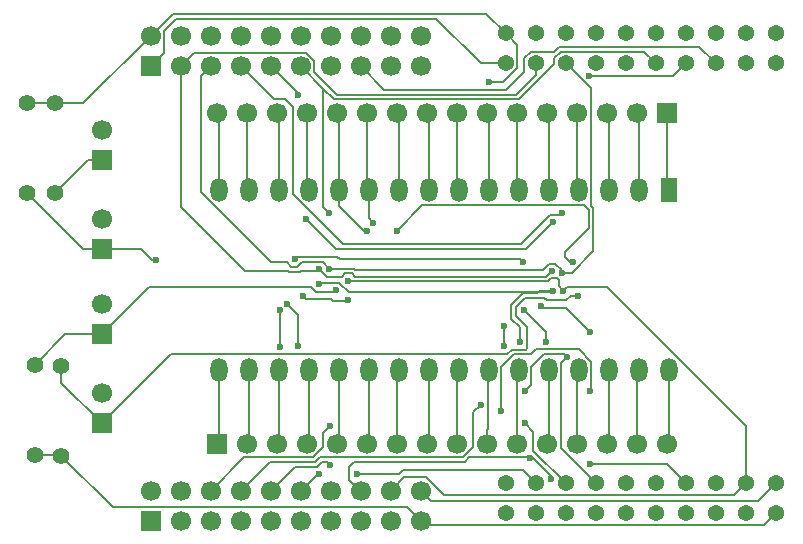
<source format=gtl>
%TF.GenerationSoftware,KiCad,Pcbnew,9.0.4*%
%TF.CreationDate,2025-10-21T11:21:35+02:00*%
%TF.ProjectId,GlasgowICAdapter,476c6173-676f-4774-9943-416461707465,rev?*%
%TF.SameCoordinates,Original*%
%TF.FileFunction,Copper,L1,Top*%
%TF.FilePolarity,Positive*%
%FSLAX46Y46*%
G04 Gerber Fmt 4.6, Leading zero omitted, Abs format (unit mm)*
G04 Created by KiCad (PCBNEW 9.0.4) date 2025-10-21 11:21:35*
%MOMM*%
%LPD*%
G01*
G04 APERTURE LIST*
%TA.AperFunction,ComponentPad*%
%ADD10O,1.440000X2.000000*%
%TD*%
%TA.AperFunction,ComponentPad*%
%ADD11R,1.440000X2.000000*%
%TD*%
%TA.AperFunction,ComponentPad*%
%ADD12R,1.700000X1.700000*%
%TD*%
%TA.AperFunction,ComponentPad*%
%ADD13C,1.700000*%
%TD*%
%TA.AperFunction,ComponentPad*%
%ADD14C,1.400000*%
%TD*%
%TA.AperFunction,ComponentPad*%
%ADD15C,1.371600*%
%TD*%
%TA.AperFunction,ViaPad*%
%ADD16C,0.600000*%
%TD*%
%TA.AperFunction,Conductor*%
%ADD17C,0.200000*%
%TD*%
G04 APERTURE END LIST*
D10*
%TO.P,J3,32,Pin_32*%
%TO.N,ZIF32*%
X146800000Y-108240000D03*
%TO.P,J3,31,Pin_31*%
%TO.N,ZIF31*%
X144260000Y-108240000D03*
%TO.P,J3,30,Pin_30*%
%TO.N,ZIF30*%
X141720000Y-108240000D03*
%TO.P,J3,29,Pin_29*%
%TO.N,ZIF29*%
X139180000Y-108240000D03*
%TO.P,J3,28,Pin_28*%
%TO.N,ZIF28*%
X136640000Y-108240000D03*
%TO.P,J3,27,Pin_27*%
%TO.N,ZIF27*%
X134100000Y-108240000D03*
%TO.P,J3,26,Pin_26*%
%TO.N,ZIF26*%
X131560000Y-108240000D03*
%TO.P,J3,25,Pin_25*%
%TO.N,ZIF25*%
X129020000Y-108240000D03*
%TO.P,J3,24,Pin_24*%
%TO.N,ZIF24*%
X126480000Y-108240000D03*
%TO.P,J3,23,Pin_23*%
%TO.N,ZIF23*%
X123940000Y-108240000D03*
%TO.P,J3,22,Pin_22*%
%TO.N,ZIF22*%
X121400000Y-108240000D03*
%TO.P,J3,21,Pin_21*%
%TO.N,ZIF21*%
X118860000Y-108240000D03*
%TO.P,J3,20,Pin_20*%
%TO.N,ZIF20*%
X116320000Y-108240000D03*
%TO.P,J3,19,Pin_19*%
%TO.N,ZIF19*%
X113780000Y-108240000D03*
%TO.P,J3,18,Pin_18*%
%TO.N,ZIF18*%
X111240000Y-108240000D03*
%TO.P,J3,17,Pin_17*%
%TO.N,ZIF17*%
X108700000Y-108240000D03*
%TO.P,J3,16,Pin_16*%
%TO.N,ZIF16*%
X108700000Y-93000000D03*
%TO.P,J3,15,Pin_15*%
%TO.N,ZIF15*%
X111240000Y-93000000D03*
%TO.P,J3,14,Pin_14*%
%TO.N,ZIF14*%
X113780000Y-93000000D03*
%TO.P,J3,13,Pin_13*%
%TO.N,ZIF13*%
X116320000Y-93000000D03*
%TO.P,J3,12,Pin_12*%
%TO.N,ZIF12*%
X118860000Y-93000000D03*
%TO.P,J3,11,Pin_11*%
%TO.N,ZIF11*%
X121400000Y-93000000D03*
%TO.P,J3,10,Pin_10*%
%TO.N,ZIF10*%
X123940000Y-93000000D03*
%TO.P,J3,9,Pin_9*%
%TO.N,ZIF9*%
X126480000Y-93000000D03*
%TO.P,J3,8,Pin_8*%
%TO.N,ZIF8*%
X129020000Y-93000000D03*
%TO.P,J3,7,Pin_7*%
%TO.N,ZIF7*%
X131560000Y-93000000D03*
%TO.P,J3,6,Pin_6*%
%TO.N,ZIF6*%
X134100000Y-93000000D03*
%TO.P,J3,5,Pin_5*%
%TO.N,ZIF5*%
X136640000Y-93000000D03*
%TO.P,J3,4,Pin_4*%
%TO.N,ZIF4*%
X139180000Y-93000000D03*
%TO.P,J3,3,Pin_3*%
%TO.N,ZIF3*%
X141720000Y-93000000D03*
%TO.P,J3,2,Pin_2*%
%TO.N,ZIF2*%
X144260000Y-93000000D03*
D11*
%TO.P,J3,1,Pin_1*%
%TO.N,ZIF1*%
X146800000Y-93000000D03*
%TD*%
D12*
%TO.P,J5,1,Pin_1*%
%TO.N,Net-(J5-Pin_1)*%
X98800000Y-98010000D03*
D13*
%TO.P,J5,2,Pin_2*%
%TO.N,GND*%
X98800000Y-95470000D03*
%TD*%
D14*
%TO.P,R4,1*%
%TO.N,Net-(J8-Pin_1)*%
X95370000Y-107880000D03*
%TO.P,R4,2*%
%TO.N,VIOB*%
X95370000Y-115500000D03*
%TD*%
D12*
%TO.P,J11,1,Pin_1*%
%TO.N,GND*%
X102940000Y-121040000D03*
D13*
%TO.P,J11,2,Pin_2*%
X102940000Y-118500000D03*
%TO.P,J11,3,Pin_3*%
X105480000Y-121040000D03*
%TO.P,J11,4,Pin_4*%
%TO.N,PB7*%
X105480000Y-118500000D03*
%TO.P,J11,5,Pin_5*%
%TO.N,GND*%
X108020000Y-121040000D03*
%TO.P,J11,6,Pin_6*%
%TO.N,PB6*%
X108020000Y-118500000D03*
%TO.P,J11,7,Pin_7*%
%TO.N,GND*%
X110560000Y-121040000D03*
%TO.P,J11,8,Pin_8*%
%TO.N,PB5*%
X110560000Y-118500000D03*
%TO.P,J11,9,Pin_9*%
%TO.N,GND*%
X113100000Y-121040000D03*
%TO.P,J11,10,Pin_10*%
%TO.N,PB4*%
X113100000Y-118500000D03*
%TO.P,J11,11,Pin_11*%
%TO.N,GND*%
X115640000Y-121040000D03*
%TO.P,J11,12,Pin_12*%
%TO.N,PB3*%
X115640000Y-118500000D03*
%TO.P,J11,13,Pin_13*%
%TO.N,GND*%
X118180000Y-121040000D03*
%TO.P,J11,14,Pin_14*%
%TO.N,PB2*%
X118180000Y-118500000D03*
%TO.P,J11,15,Pin_15*%
%TO.N,GND*%
X120720000Y-121040000D03*
%TO.P,J11,16,Pin_16*%
%TO.N,PB1*%
X120720000Y-118500000D03*
%TO.P,J11,17,Pin_17*%
%TO.N,GND*%
X123260000Y-121040000D03*
%TO.P,J11,18,Pin_18*%
%TO.N,PB0*%
X123260000Y-118500000D03*
%TO.P,J11,19,Pin_19*%
%TO.N,VIOB*%
X125800000Y-121040000D03*
%TO.P,J11,20,Pin_20*%
%TO.N,VB SENSE*%
X125800000Y-118500000D03*
%TD*%
D12*
%TO.P,J6,1,Pin_1*%
%TO.N,ZIF1*%
X146620000Y-86500000D03*
D13*
%TO.P,J6,2,Pin_2*%
%TO.N,ZIF2*%
X144080000Y-86500000D03*
%TO.P,J6,3,Pin_3*%
%TO.N,ZIF3*%
X141540000Y-86500000D03*
%TO.P,J6,4,Pin_4*%
%TO.N,ZIF4*%
X139000000Y-86500000D03*
%TO.P,J6,5,Pin_5*%
%TO.N,ZIF5*%
X136460000Y-86500000D03*
%TO.P,J6,6,Pin_6*%
%TO.N,ZIF6*%
X133920000Y-86500000D03*
%TO.P,J6,7,Pin_7*%
%TO.N,ZIF7*%
X131380000Y-86500000D03*
%TO.P,J6,8,Pin_8*%
%TO.N,ZIF8*%
X128840000Y-86500000D03*
%TO.P,J6,9,Pin_9*%
%TO.N,ZIF9*%
X126300000Y-86500000D03*
%TO.P,J6,10,Pin_10*%
%TO.N,ZIF10*%
X123760000Y-86500000D03*
%TO.P,J6,11,Pin_11*%
%TO.N,ZIF11*%
X121220000Y-86500000D03*
%TO.P,J6,12,Pin_12*%
%TO.N,ZIF12*%
X118680000Y-86500000D03*
%TO.P,J6,13,Pin_13*%
%TO.N,ZIF13*%
X116140000Y-86500000D03*
%TO.P,J6,14,Pin_14*%
%TO.N,ZIF14*%
X113600000Y-86500000D03*
%TO.P,J6,15,Pin_15*%
%TO.N,ZIF15*%
X111060000Y-86500000D03*
%TO.P,J6,16,Pin_16*%
%TO.N,ZIF16*%
X108520000Y-86500000D03*
%TD*%
D12*
%TO.P,J7,1,Pin_1*%
%TO.N,Net-(J7-Pin_1)*%
X98800000Y-105235000D03*
D13*
%TO.P,J7,2,Pin_2*%
%TO.N,GND*%
X98800000Y-102695000D03*
%TD*%
D12*
%TO.P,J10,1,Pin_1*%
%TO.N,VA SENSE*%
X102940000Y-82540000D03*
D13*
%TO.P,J10,2,Pin_2*%
%TO.N,VIOA*%
X102940000Y-80000000D03*
%TO.P,J10,3,Pin_3*%
%TO.N,PA0*%
X105480000Y-82540000D03*
%TO.P,J10,4,Pin_4*%
%TO.N,GND*%
X105480000Y-80000000D03*
%TO.P,J10,5,Pin_5*%
%TO.N,PA1*%
X108020000Y-82540000D03*
%TO.P,J10,6,Pin_6*%
%TO.N,GND*%
X108020000Y-80000000D03*
%TO.P,J10,7,Pin_7*%
%TO.N,PA2*%
X110560000Y-82540000D03*
%TO.P,J10,8,Pin_8*%
%TO.N,GND*%
X110560000Y-80000000D03*
%TO.P,J10,9,Pin_9*%
%TO.N,PA3*%
X113100000Y-82540000D03*
%TO.P,J10,10,Pin_10*%
%TO.N,GND*%
X113100000Y-80000000D03*
%TO.P,J10,11,Pin_11*%
%TO.N,PA4*%
X115640000Y-82540000D03*
%TO.P,J10,12,Pin_12*%
%TO.N,GND*%
X115640000Y-80000000D03*
%TO.P,J10,13,Pin_13*%
%TO.N,PA5*%
X118180000Y-82540000D03*
%TO.P,J10,14,Pin_14*%
%TO.N,GND*%
X118180000Y-80000000D03*
%TO.P,J10,15,Pin_15*%
%TO.N,PA6*%
X120720000Y-82540000D03*
%TO.P,J10,16,Pin_16*%
%TO.N,GND*%
X120720000Y-80000000D03*
%TO.P,J10,17,Pin_17*%
%TO.N,PA7*%
X123260000Y-82540000D03*
%TO.P,J10,18,Pin_18*%
%TO.N,GND*%
X123260000Y-80000000D03*
%TO.P,J10,19,Pin_19*%
X125800000Y-82540000D03*
%TO.P,J10,20,Pin_20*%
X125800000Y-80000000D03*
%TD*%
D14*
%TO.P,R3,1*%
%TO.N,Net-(J7-Pin_1)*%
X93120000Y-107820000D03*
%TO.P,R3,2*%
%TO.N,VIOB*%
X93120000Y-115440000D03*
%TD*%
D12*
%TO.P,J8,1,Pin_1*%
%TO.N,Net-(J8-Pin_1)*%
X98800000Y-112775000D03*
D13*
%TO.P,J8,2,Pin_2*%
%TO.N,GND*%
X98800000Y-110235000D03*
%TD*%
D14*
%TO.P,R2,1*%
%TO.N,Net-(J5-Pin_1)*%
X92500000Y-93310000D03*
%TO.P,R2,2*%
%TO.N,VIOA*%
X92500000Y-85690000D03*
%TD*%
%TO.P,R1,1*%
%TO.N,Net-(J4-Pin_1)*%
X94870000Y-93310000D03*
%TO.P,R1,2*%
%TO.N,VIOA*%
X94870000Y-85690000D03*
%TD*%
D12*
%TO.P,J9,1,Pin_1*%
%TO.N,ZIF17*%
X108560000Y-114500000D03*
D13*
%TO.P,J9,2,Pin_2*%
%TO.N,ZIF18*%
X111100000Y-114500000D03*
%TO.P,J9,3,Pin_3*%
%TO.N,ZIF19*%
X113640000Y-114500000D03*
%TO.P,J9,4,Pin_4*%
%TO.N,ZIF20*%
X116180000Y-114500000D03*
%TO.P,J9,5,Pin_5*%
%TO.N,ZIF21*%
X118720000Y-114500000D03*
%TO.P,J9,6,Pin_6*%
%TO.N,ZIF22*%
X121260000Y-114500000D03*
%TO.P,J9,7,Pin_7*%
%TO.N,ZIF23*%
X123800000Y-114500000D03*
%TO.P,J9,8,Pin_8*%
%TO.N,ZIF24*%
X126340000Y-114500000D03*
%TO.P,J9,9,Pin_9*%
%TO.N,ZIF25*%
X128880000Y-114500000D03*
%TO.P,J9,10,Pin_10*%
%TO.N,ZIF26*%
X131420000Y-114500000D03*
%TO.P,J9,11,Pin_11*%
%TO.N,ZIF27*%
X133960000Y-114500000D03*
%TO.P,J9,12,Pin_12*%
%TO.N,ZIF28*%
X136500000Y-114500000D03*
%TO.P,J9,13,Pin_13*%
%TO.N,ZIF29*%
X139040000Y-114500000D03*
%TO.P,J9,14,Pin_14*%
%TO.N,ZIF30*%
X141580000Y-114500000D03*
%TO.P,J9,15,Pin_15*%
%TO.N,ZIF31*%
X144120000Y-114500000D03*
%TO.P,J9,16,Pin_16*%
%TO.N,ZIF32*%
X146660000Y-114500000D03*
%TD*%
D12*
%TO.P,J4,1,Pin_1*%
%TO.N,Net-(J4-Pin_1)*%
X98800000Y-90510000D03*
D13*
%TO.P,J4,2,Pin_2*%
%TO.N,GND*%
X98800000Y-87970000D03*
%TD*%
D15*
%TO.P,J2,1,1*%
%TO.N,GND*%
X133000000Y-120378700D03*
%TO.P,J2,2,2*%
X133000000Y-117838700D03*
%TO.P,J2,3,3*%
X135540000Y-120378700D03*
%TO.P,J2,4,4*%
%TO.N,PB7*%
X135540000Y-117838700D03*
%TO.P,J2,5,5*%
%TO.N,GND*%
X138080000Y-120378700D03*
%TO.P,J2,6,6*%
%TO.N,PB6*%
X138080000Y-117838700D03*
%TO.P,J2,7,7*%
%TO.N,GND*%
X140620000Y-120378700D03*
%TO.P,J2,8,8*%
%TO.N,PB5*%
X140620000Y-117838700D03*
%TO.P,J2,9,9*%
%TO.N,GND*%
X143160000Y-120378700D03*
%TO.P,J2,10,10*%
%TO.N,PB4*%
X143160000Y-117838700D03*
%TO.P,J2,11,11*%
%TO.N,GND*%
X145700000Y-120378700D03*
%TO.P,J2,12,12*%
%TO.N,PB3*%
X145700000Y-117838700D03*
%TO.P,J2,13,13*%
%TO.N,GND*%
X148240000Y-120378700D03*
%TO.P,J2,14,14*%
%TO.N,PB2*%
X148240000Y-117838700D03*
%TO.P,J2,15,15*%
%TO.N,GND*%
X150780000Y-120378700D03*
%TO.P,J2,16,16*%
%TO.N,PB1*%
X150780000Y-117838700D03*
%TO.P,J2,17,17*%
%TO.N,GND*%
X153320000Y-120378700D03*
%TO.P,J2,18,18*%
%TO.N,PB0*%
X153320000Y-117838700D03*
%TO.P,J2,19,19*%
%TO.N,VIOB*%
X155860000Y-120378700D03*
%TO.P,J2,20,20*%
%TO.N,VB SENSE*%
X155860000Y-117838700D03*
%TD*%
%TO.P,J1,1,1*%
%TO.N,VA SENSE*%
X133000000Y-82278700D03*
%TO.P,J1,2,2*%
%TO.N,VIOA*%
X133000000Y-79738700D03*
%TO.P,J1,3,3*%
%TO.N,PA0*%
X135540000Y-82278700D03*
%TO.P,J1,4,4*%
%TO.N,GND*%
X135540000Y-79738700D03*
%TO.P,J1,5,5*%
%TO.N,PA1*%
X138080000Y-82278700D03*
%TO.P,J1,6,6*%
%TO.N,GND*%
X138080000Y-79738700D03*
%TO.P,J1,7,7*%
%TO.N,PA2*%
X140620000Y-82278700D03*
%TO.P,J1,8,8*%
%TO.N,GND*%
X140620000Y-79738700D03*
%TO.P,J1,9,9*%
%TO.N,PA3*%
X143160000Y-82278700D03*
%TO.P,J1,10,10*%
%TO.N,GND*%
X143160000Y-79738700D03*
%TO.P,J1,11,11*%
%TO.N,PA4*%
X145700000Y-82278700D03*
%TO.P,J1,12,12*%
%TO.N,GND*%
X145700000Y-79738700D03*
%TO.P,J1,13,13*%
%TO.N,PA5*%
X148240000Y-82278700D03*
%TO.P,J1,14,14*%
%TO.N,GND*%
X148240000Y-79738700D03*
%TO.P,J1,15,15*%
%TO.N,PA6*%
X150780000Y-82278700D03*
%TO.P,J1,16,16*%
%TO.N,GND*%
X150780000Y-79738700D03*
%TO.P,J1,17,17*%
%TO.N,PA7*%
X153320000Y-82278700D03*
%TO.P,J1,18,18*%
%TO.N,GND*%
X153320000Y-79738700D03*
%TO.P,J1,19,19*%
X155860000Y-82278700D03*
%TO.P,J1,20,20*%
X155860000Y-79738700D03*
%TD*%
D16*
%TO.N,PA1*%
X118073390Y-99704215D03*
X137721338Y-100021657D03*
%TO.N,PA3*%
X116120000Y-95500000D03*
X136989999Y-95750000D03*
X115370000Y-85000000D03*
%TO.N,PA4*%
X118039999Y-95000000D03*
%TO.N,VIOA*%
X138690002Y-99072532D03*
X123764736Y-96450000D03*
X131620000Y-83899000D03*
%TO.N,PA2*%
X137763732Y-94951000D03*
%TO.N,PA0*%
X117223510Y-99741405D03*
X136939001Y-99854465D03*
%TO.N,PA5*%
X140077269Y-83333010D03*
%TO.N,PB1*%
X117209341Y-100997463D03*
X135041400Y-115719339D03*
X134166846Y-105889000D03*
X136812278Y-117490217D03*
X136970000Y-101551498D03*
%TO.N,PB6*%
X134620000Y-112750000D03*
X118120000Y-113000000D03*
%TO.N,PB2*%
X140120000Y-116250000D03*
%TO.N,PB7*%
X120381900Y-117065974D03*
%TO.N,VIOB*%
X119638739Y-102319739D03*
X140120000Y-105000000D03*
X135985423Y-102799857D03*
X115870000Y-102000000D03*
%TO.N,PB4*%
X118120000Y-116301000D03*
%TO.N,PB3*%
X132620000Y-111750000D03*
X117224768Y-117077169D03*
X140120000Y-110000000D03*
%TO.N,PB0*%
X119679365Y-100720886D03*
X137890043Y-101569611D03*
%TO.N,PB5*%
X130870000Y-111250000D03*
X134620000Y-110000000D03*
X138182259Y-107150000D03*
%TO.N,ZIF28*%
X136370000Y-105889000D03*
X134508545Y-103150001D03*
%TO.N,ZIF11*%
X121762987Y-95788435D03*
%TO.N,ZIF19*%
X113870000Y-106339000D03*
X113870000Y-103200000D03*
%TO.N,ZIF12*%
X121229287Y-96450000D03*
%TO.N,ZIF27*%
X132870000Y-104500000D03*
X132870000Y-106250000D03*
%TO.N,ZIF20*%
X114494697Y-102700243D03*
X115370000Y-106250000D03*
%TO.N,Net-(J4-Pin_1)*%
X115120000Y-98900000D03*
X134437098Y-99150000D03*
%TO.N,Net-(J5-Pin_1)*%
X103370000Y-98901002D03*
%TO.N,Net-(J7-Pin_1)*%
X118620000Y-101500000D03*
%TO.N,Net-(J8-Pin_1)*%
X139120000Y-102000000D03*
%TD*%
D17*
%TO.N,PA1*%
X114850761Y-99550000D02*
X115360405Y-99550000D01*
X120114289Y-99670886D02*
X118106719Y-99670886D01*
X113116493Y-99140405D02*
X114441166Y-99140405D01*
X138593328Y-100021657D02*
X140420000Y-98194985D01*
X117509580Y-99140405D02*
X118073390Y-99704215D01*
X137721338Y-100021657D02*
X138593328Y-100021657D01*
X115360405Y-99550000D02*
X115770000Y-99140405D01*
X140420000Y-94565075D02*
X140201000Y-94346075D01*
X136190308Y-99753215D02*
X120196619Y-99753215D01*
X120196619Y-99753215D02*
X120114289Y-99670886D01*
X136690058Y-99253465D02*
X136190308Y-99753215D01*
X137721338Y-99786859D02*
X137187944Y-99253465D01*
X107170000Y-83390000D02*
X107170000Y-93193912D01*
X107170000Y-93193912D02*
X113116493Y-99140405D01*
X114441166Y-99140405D02*
X114850761Y-99550000D01*
X108020000Y-82540000D02*
X107170000Y-83390000D01*
X137721338Y-100021657D02*
X137721338Y-99786859D01*
X115770000Y-99140405D02*
X117509580Y-99140405D01*
X140201000Y-94346075D02*
X140201000Y-84399700D01*
X140420000Y-98194985D02*
X140420000Y-94565075D01*
X140201000Y-84399700D02*
X138080000Y-82278700D01*
X118106719Y-99670886D02*
X118073390Y-99704215D01*
X137187944Y-99253465D02*
X136690058Y-99253465D01*
%TO.N,PA3*%
X115370000Y-84810000D02*
X115370000Y-85000000D01*
X118621000Y-98001000D02*
X134738999Y-98001000D01*
X113100000Y-82540000D02*
X115370000Y-84810000D01*
X116120000Y-95500000D02*
X118621000Y-98001000D01*
X134738999Y-98001000D02*
X136989999Y-95750000D01*
%TO.N,PA4*%
X137093200Y-82388833D02*
X134133033Y-85349000D01*
X117529000Y-84429000D02*
X115640000Y-82540000D01*
X145700000Y-82278700D02*
X144713200Y-81291900D01*
X137671254Y-81291900D02*
X137093200Y-81869954D01*
X134133033Y-85349000D02*
X118449000Y-85349000D01*
X118039999Y-95000000D02*
X117529000Y-94489001D01*
X118449000Y-85349000D02*
X117529000Y-84429000D01*
X137093200Y-81869954D02*
X137093200Y-82388833D01*
X117529000Y-94489001D02*
X117529000Y-84429000D01*
X144713200Y-81291900D02*
X137671254Y-81291900D01*
%TO.N,VIOA*%
X133000000Y-79738700D02*
X131361300Y-78100000D01*
X138035686Y-98660550D02*
X138035686Y-98253553D01*
X140020000Y-96269239D02*
X140020000Y-94730761D01*
X131361300Y-78100000D02*
X104840000Y-78100000D01*
X104840000Y-78100000D02*
X102940000Y-80000000D01*
X132775246Y-83899000D02*
X131620000Y-83899000D01*
X125913736Y-94301000D02*
X139590239Y-94301000D01*
X97250000Y-85690000D02*
X102940000Y-80000000D01*
X133000000Y-79738700D02*
X133986800Y-80725500D01*
X94870000Y-85690000D02*
X92500000Y-85690000D01*
X133986800Y-80725500D02*
X133986800Y-82687446D01*
X123764736Y-96450000D02*
X125913736Y-94301000D01*
X138690002Y-99072532D02*
X138447668Y-99072532D01*
X138447668Y-99072532D02*
X138035686Y-98660550D01*
X138035686Y-98253553D02*
X140020000Y-96269239D01*
X133986800Y-82687446D02*
X132775246Y-83899000D01*
X139590239Y-94301000D02*
X140020000Y-94730761D01*
X94870000Y-85690000D02*
X97250000Y-85690000D01*
%TO.N,PA2*%
X114989000Y-93392912D02*
X119197088Y-97601000D01*
X137565732Y-95149000D02*
X137763732Y-94951000D01*
X110560000Y-82540000D02*
X113369000Y-85349000D01*
X134291056Y-97599000D02*
X136741056Y-95149000D01*
X114314760Y-85349000D02*
X114989000Y-86023240D01*
X114989000Y-86023240D02*
X114989000Y-93392912D01*
X113369000Y-85349000D02*
X114314760Y-85349000D01*
X133892539Y-97599000D02*
X134291056Y-97599000D01*
X119197088Y-97601000D02*
X133892539Y-97601000D01*
X136741056Y-95149000D02*
X137565732Y-95149000D01*
%TO.N,PA0*%
X116791000Y-82063240D02*
X116116760Y-81389000D01*
X110954315Y-99900000D02*
X114635075Y-99900000D01*
X133839567Y-84949000D02*
X118723240Y-84949000D01*
X119126797Y-100354215D02*
X117836320Y-100354215D01*
X106631000Y-81389000D02*
X105480000Y-82540000D01*
X118723240Y-84949000D02*
X116791000Y-83016760D01*
X117064915Y-99900000D02*
X117223510Y-99741405D01*
X119410126Y-100070886D02*
X119126797Y-100354215D01*
X105480000Y-82540000D02*
X105480000Y-94425685D01*
X116116760Y-81389000D02*
X106631000Y-81389000D01*
X136939001Y-99854465D02*
X136439251Y-100354215D01*
X135540000Y-83248567D02*
X133839567Y-84949000D01*
X105480000Y-94425685D02*
X110954315Y-99900000D01*
X115554925Y-99950000D02*
X115604924Y-99900000D01*
X120231933Y-100354215D02*
X119948604Y-100070886D01*
X136439251Y-100354215D02*
X120231933Y-100354215D01*
X135540000Y-82278700D02*
X135540000Y-83248567D01*
X119948604Y-100070886D02*
X119410126Y-100070886D01*
X116791000Y-83016760D02*
X116791000Y-82063240D01*
X114635075Y-99900000D02*
X114685076Y-99950000D01*
X115604924Y-99900000D02*
X117064915Y-99900000D01*
X117836320Y-100354215D02*
X117223510Y-99741405D01*
X114685076Y-99950000D02*
X115554925Y-99950000D01*
%TO.N,PA5*%
X148240000Y-82278700D02*
X147185690Y-83333010D01*
X147185690Y-83333010D02*
X140077269Y-83333010D01*
%TO.N,VA SENSE*%
X104091000Y-79529000D02*
X104091000Y-81389000D01*
X133000000Y-82278700D02*
X130898700Y-82278700D01*
X104091000Y-81389000D02*
X102940000Y-82540000D01*
X127120000Y-78500000D02*
X105120000Y-78500000D01*
X130898700Y-82278700D02*
X127120000Y-78500000D01*
X105120000Y-78500000D02*
X104091000Y-79529000D01*
%TO.N,PA6*%
X132991240Y-84547999D02*
X134553200Y-82986039D01*
X120720000Y-82540000D02*
X122727999Y-84547999D01*
X137505569Y-80891900D02*
X149393200Y-80891900D01*
X122727999Y-84547999D02*
X132991240Y-84547999D01*
X134553200Y-81869954D02*
X135131254Y-81291900D01*
X134553200Y-82986039D02*
X134553200Y-81869954D01*
X149393200Y-80891900D02*
X150780000Y-82278700D01*
X137105568Y-81291900D02*
X137505569Y-80891900D01*
X135131254Y-81291900D02*
X137105568Y-81291900D01*
%TO.N,PB1*%
X119761204Y-116439557D02*
X120149761Y-116051000D01*
X134166846Y-104627607D02*
X134166846Y-105889000D01*
X136870498Y-101651000D02*
X119690239Y-101651000D01*
X129922446Y-115651000D02*
X134973061Y-115651000D01*
X134973061Y-115651000D02*
X135041400Y-115719339D01*
X135635219Y-101749857D02*
X134423765Y-101749857D01*
X134423765Y-101749857D02*
X133458545Y-102715077D01*
X120149761Y-116051000D02*
X129522446Y-116051000D01*
X150780000Y-117838700D02*
X150780000Y-117910000D01*
X133458545Y-102715077D02*
X133458545Y-103919306D01*
X119690239Y-101651000D02*
X118889239Y-100850000D01*
X150780000Y-117910000D02*
X150870000Y-118000000D01*
X135332006Y-115719339D02*
X136812278Y-117199611D01*
X133458545Y-103919306D02*
X134166846Y-104627607D01*
X136812278Y-117199611D02*
X136812278Y-117490217D01*
X119761204Y-117541204D02*
X119761204Y-116439557D01*
X117356804Y-100850000D02*
X117209341Y-100997463D01*
X118889239Y-100850000D02*
X117356804Y-100850000D01*
X136970000Y-101551498D02*
X135833578Y-101551498D01*
X129522446Y-116051000D02*
X129922446Y-115651000D01*
X136970000Y-101551498D02*
X136870498Y-101651000D01*
X135041400Y-115719339D02*
X135332006Y-115719339D01*
X120720000Y-118500000D02*
X119761204Y-117541204D01*
X135833578Y-101551498D02*
X135635219Y-101749857D01*
%TO.N,PB6*%
X108020000Y-118500000D02*
X110869000Y-115651000D01*
X117569000Y-114801000D02*
X117569000Y-113551000D01*
X110869000Y-115651000D02*
X116719000Y-115651000D01*
X135349000Y-115107700D02*
X138080000Y-117838700D01*
X135349000Y-113479000D02*
X135349000Y-115107700D01*
X134620000Y-112750000D02*
X135349000Y-113479000D01*
X117569000Y-113551000D02*
X118120000Y-113000000D01*
X116719000Y-115651000D02*
X117569000Y-114801000D01*
%TO.N,PB2*%
X148240000Y-117838700D02*
X146651300Y-116250000D01*
X146651300Y-116250000D02*
X140120000Y-116250000D01*
%TO.N,PB7*%
X134451300Y-116750000D02*
X124289239Y-116750000D01*
X124289239Y-116750000D02*
X123973265Y-117065974D01*
X123973265Y-117065974D02*
X120381900Y-117065974D01*
X135540000Y-117838700D02*
X134451300Y-116750000D01*
%TO.N,VIOB*%
X138120000Y-103000000D02*
X136185566Y-103000000D01*
X126125500Y-121365500D02*
X125800000Y-121040000D01*
X140120000Y-105000000D02*
X138120000Y-103000000D01*
X116121000Y-102251000D02*
X118201761Y-102251000D01*
X95310000Y-115440000D02*
X95370000Y-115500000D01*
X118350761Y-102400000D02*
X119558478Y-102400000D01*
X95370000Y-115500000D02*
X99759000Y-119889000D01*
X155860000Y-120378700D02*
X154873200Y-121365500D01*
X115870000Y-102000000D02*
X116121000Y-102251000D01*
X124649000Y-119889000D02*
X125800000Y-121040000D01*
X119558478Y-102400000D02*
X119638739Y-102319739D01*
X154873200Y-121365500D02*
X126125500Y-121365500D01*
X99759000Y-119889000D02*
X124649000Y-119889000D01*
X136185566Y-103000000D02*
X135985423Y-102799857D01*
X118201761Y-102251000D02*
X118350761Y-102400000D01*
X93120000Y-115440000D02*
X95310000Y-115440000D01*
%TO.N,PB4*%
X117870000Y-116051000D02*
X118120000Y-116301000D01*
X113100000Y-118500000D02*
X115149000Y-116451000D01*
X117050372Y-116451000D02*
X117450372Y-116051000D01*
X117450372Y-116051000D02*
X117870000Y-116051000D01*
X115149000Y-116451000D02*
X117050372Y-116451000D01*
%TO.N,PB3*%
X140201000Y-109919000D02*
X140201000Y-107537088D01*
X140120000Y-110000000D02*
X140201000Y-109919000D01*
X133677088Y-106939000D02*
X132620000Y-107996088D01*
X117062831Y-117077169D02*
X117224768Y-117077169D01*
X140201000Y-107537088D02*
X139163912Y-106500000D01*
X115640000Y-118500000D02*
X117062831Y-117077169D01*
X132620000Y-107996088D02*
X132620000Y-111750000D01*
X135545010Y-106500000D02*
X135106010Y-106939000D01*
X139163912Y-106500000D02*
X135545010Y-106500000D01*
X135106010Y-106939000D02*
X133677088Y-106939000D01*
%TO.N,PB0*%
X124411000Y-117349000D02*
X123260000Y-118500000D01*
X136605351Y-100755215D02*
X119713694Y-100755215D01*
X141532887Y-101248975D02*
X138210679Y-101248975D01*
X136860566Y-100500000D02*
X136605351Y-100755215D01*
X137472395Y-100668081D02*
X137304314Y-100500000D01*
X153320000Y-117838700D02*
X153320000Y-113036088D01*
X152333200Y-118825500D02*
X127753260Y-118825500D01*
X138210679Y-101248975D02*
X137890043Y-101569611D01*
X137472395Y-101151963D02*
X137472395Y-100668081D01*
X127753260Y-118825500D02*
X126276760Y-117349000D01*
X137304314Y-100500000D02*
X136860566Y-100500000D01*
X126276760Y-117349000D02*
X124411000Y-117349000D01*
X119713694Y-100755215D02*
X119679365Y-100720886D01*
X137890043Y-101569611D02*
X137472395Y-101151963D01*
X153320000Y-113036088D02*
X141532887Y-101248975D01*
X153320000Y-117838700D02*
X152333200Y-118825500D01*
%TO.N,PB5*%
X136915925Y-106939000D02*
X136954925Y-106900000D01*
X136954925Y-106900000D02*
X137932259Y-106900000D01*
X130269000Y-114738760D02*
X130269000Y-111851000D01*
X130269000Y-111851000D02*
X130870000Y-111250000D01*
X117284686Y-115651000D02*
X129356760Y-115651000D01*
X137671254Y-107661005D02*
X138182259Y-107150000D01*
X136217088Y-106939000D02*
X136915925Y-106939000D01*
X135121000Y-109499000D02*
X135121000Y-108035088D01*
X110560000Y-118500000D02*
X113009000Y-116051000D01*
X137671254Y-114889954D02*
X137671254Y-107661005D01*
X129356760Y-115651000D02*
X130269000Y-114738760D01*
X134620000Y-110000000D02*
X135121000Y-109499000D01*
X113009000Y-116051000D02*
X116884686Y-116051000D01*
X137932259Y-106900000D02*
X138182259Y-107150000D01*
X135121000Y-108035088D02*
X136217088Y-106939000D01*
X140620000Y-117838700D02*
X137671254Y-114889954D01*
X116884686Y-116051000D02*
X117284686Y-115651000D01*
%TO.N,VB SENSE*%
X126650000Y-119350000D02*
X125800000Y-118500000D01*
X154348700Y-119350000D02*
X126650000Y-119350000D01*
X155860000Y-117838700D02*
X154348700Y-119350000D01*
%TO.N,ZIF25*%
X128880000Y-114500000D02*
X128880000Y-108380000D01*
X128880000Y-108380000D02*
X129020000Y-108240000D01*
%TO.N,ZIF18*%
X111240000Y-114360000D02*
X111100000Y-114500000D01*
X111240000Y-108240000D02*
X111240000Y-114360000D01*
%TO.N,ZIF3*%
X141720000Y-93000000D02*
X141720000Y-86680000D01*
X141720000Y-86680000D02*
X141540000Y-86500000D01*
%TO.N,ZIF22*%
X121400000Y-114360000D02*
X121260000Y-114500000D01*
X121400000Y-108240000D02*
X121400000Y-114360000D01*
%TO.N,ZIF2*%
X144260000Y-93000000D02*
X144260000Y-86680000D01*
X144260000Y-86680000D02*
X144080000Y-86500000D01*
%TO.N,ZIF10*%
X123940000Y-93000000D02*
X123940000Y-86680000D01*
X123940000Y-86680000D02*
X123760000Y-86500000D01*
%TO.N,ZIF8*%
X128840000Y-86500000D02*
X128840000Y-92820000D01*
X128840000Y-92820000D02*
X129020000Y-93000000D01*
%TO.N,ZIF28*%
X136640000Y-114360000D02*
X136500000Y-114500000D01*
X136640000Y-108240000D02*
X136640000Y-114360000D01*
X134520001Y-103150001D02*
X134508545Y-103150001D01*
X136370000Y-105889000D02*
X136370000Y-105000000D01*
X136370000Y-105000000D02*
X134520001Y-103150001D01*
%TO.N,ZIF11*%
X121400000Y-93000000D02*
X121400000Y-95425448D01*
X121220000Y-92820000D02*
X121400000Y-93000000D01*
X121400000Y-95425448D02*
X121762987Y-95788435D01*
X121220000Y-86500000D02*
X121220000Y-92820000D01*
%TO.N,ZIF23*%
X123800000Y-108380000D02*
X123940000Y-108240000D01*
X123800000Y-114500000D02*
X123800000Y-108380000D01*
%TO.N,ZIF16*%
X108700000Y-93000000D02*
X108700000Y-86680000D01*
X108700000Y-86680000D02*
X108520000Y-86500000D01*
%TO.N,ZIF21*%
X118860000Y-114360000D02*
X118720000Y-114500000D01*
X118860000Y-108240000D02*
X118860000Y-114360000D01*
%TO.N,ZIF24*%
X126480000Y-114360000D02*
X126340000Y-114500000D01*
X126480000Y-108240000D02*
X126480000Y-114360000D01*
%TO.N,ZIF19*%
X113780000Y-108240000D02*
X113780000Y-114360000D01*
X113870000Y-103200000D02*
X113870000Y-106339000D01*
X113780000Y-114360000D02*
X113640000Y-114500000D01*
%TO.N,ZIF17*%
X108700000Y-114360000D02*
X108560000Y-114500000D01*
X108700000Y-108240000D02*
X108700000Y-114360000D01*
%TO.N,ZIF29*%
X139040000Y-108380000D02*
X139180000Y-108240000D01*
X139040000Y-114500000D02*
X139040000Y-108380000D01*
%TO.N,ZIF30*%
X141720000Y-108240000D02*
X141720000Y-114360000D01*
X141720000Y-114360000D02*
X141580000Y-114500000D01*
%TO.N,ZIF1*%
X146620000Y-86500000D02*
X146620000Y-92820000D01*
X146620000Y-92820000D02*
X146800000Y-93000000D01*
%TO.N,ZIF31*%
X144120000Y-114500000D02*
X144120000Y-108380000D01*
X144120000Y-108380000D02*
X144260000Y-108240000D01*
%TO.N,ZIF32*%
X146800000Y-108240000D02*
X146800000Y-114360000D01*
X146800000Y-114360000D02*
X146660000Y-114500000D01*
%TO.N,ZIF4*%
X139000000Y-86500000D02*
X139000000Y-92820000D01*
X139000000Y-92820000D02*
X139180000Y-93000000D01*
%TO.N,ZIF6*%
X133920000Y-86500000D02*
X133920000Y-92820000D01*
X133920000Y-92820000D02*
X134100000Y-93000000D01*
%TO.N,ZIF13*%
X116140000Y-92820000D02*
X116320000Y-93000000D01*
X116140000Y-86500000D02*
X116140000Y-92820000D01*
%TO.N,ZIF26*%
X131470000Y-108330000D02*
X131470000Y-113247919D01*
X131420000Y-113297919D02*
X131420000Y-114500000D01*
X131560000Y-108240000D02*
X131470000Y-108330000D01*
X131470000Y-113247919D02*
X131420000Y-113297919D01*
%TO.N,ZIF12*%
X118860000Y-94330713D02*
X120979287Y-96450000D01*
X120979287Y-96450000D02*
X121229287Y-96450000D01*
X118860000Y-93000000D02*
X118860000Y-94330713D01*
X118860000Y-93000000D02*
X118860000Y-86680000D01*
X118860000Y-86680000D02*
X118680000Y-86500000D01*
X118719000Y-93141000D02*
X118860000Y-93000000D01*
%TO.N,ZIF5*%
X136640000Y-86680000D02*
X136460000Y-86500000D01*
X136640000Y-93000000D02*
X136640000Y-86680000D01*
%TO.N,ZIF27*%
X133960000Y-114500000D02*
X133960000Y-108380000D01*
X133960000Y-108380000D02*
X134100000Y-108240000D01*
X132870000Y-104500000D02*
X132870000Y-106250000D01*
%TO.N,ZIF9*%
X126480000Y-86680000D02*
X126300000Y-86500000D01*
X126480000Y-93000000D02*
X126480000Y-86680000D01*
%TO.N,ZIF14*%
X113780000Y-86680000D02*
X113600000Y-86500000D01*
X113780000Y-93000000D02*
X113780000Y-86680000D01*
%TO.N,ZIF20*%
X116320000Y-114360000D02*
X116180000Y-114500000D01*
X114494697Y-102700243D02*
X115370000Y-103575546D01*
X115370000Y-103575546D02*
X115370000Y-106250000D01*
X116320000Y-108240000D02*
X116320000Y-114360000D01*
%TO.N,ZIF15*%
X111060000Y-86500000D02*
X111060000Y-92820000D01*
X111060000Y-92820000D02*
X111240000Y-93000000D01*
%TO.N,ZIF7*%
X131560000Y-86680000D02*
X131380000Y-86500000D01*
X131560000Y-93000000D02*
X131560000Y-86680000D01*
%TO.N,Net-(J4-Pin_1)*%
X115370000Y-98650000D02*
X118704314Y-98650000D01*
X118704314Y-98650000D02*
X118954315Y-98900000D01*
X97670000Y-90510000D02*
X94870000Y-93310000D01*
X134187098Y-98900000D02*
X134437098Y-99150000D01*
X118954315Y-98900000D02*
X134187098Y-98900000D01*
X115120000Y-98900000D02*
X115370000Y-98650000D01*
X98800000Y-90510000D02*
X97670000Y-90510000D01*
%TO.N,Net-(J5-Pin_1)*%
X92500000Y-93310000D02*
X97200000Y-98010000D01*
X97200000Y-98010000D02*
X98800000Y-98010000D01*
X102130000Y-98010000D02*
X98800000Y-98010000D01*
X103021002Y-98901002D02*
X102130000Y-98010000D01*
X103370000Y-98901002D02*
X103021002Y-98901002D01*
%TO.N,Net-(J7-Pin_1)*%
X93120000Y-107820000D02*
X95705000Y-105235000D01*
X116905434Y-101647463D02*
X116507971Y-101250000D01*
X102785000Y-101250000D02*
X98800000Y-105235000D01*
X116507971Y-101250000D02*
X102785000Y-101250000D01*
X118620000Y-101500000D02*
X118472537Y-101647463D01*
X95705000Y-105235000D02*
X98800000Y-105235000D01*
X118472537Y-101647463D02*
X116905434Y-101647463D01*
%TO.N,Net-(J8-Pin_1)*%
X134688597Y-106539000D02*
X133511402Y-106539000D01*
X95370000Y-109345000D02*
X98800000Y-112775000D01*
X133111402Y-106939000D02*
X104636000Y-106939000D01*
X136254662Y-102149857D02*
X134589451Y-102149857D01*
X134796500Y-104637955D02*
X134796500Y-106431097D01*
X95370000Y-107880000D02*
X95370000Y-109345000D01*
X133858545Y-102880762D02*
X133858545Y-103700000D01*
X138489284Y-102000000D02*
X138139284Y-102350000D01*
X133858545Y-103700000D02*
X134796500Y-104637955D01*
X138139284Y-102350000D02*
X136454805Y-102350000D01*
X139120000Y-102000000D02*
X138489284Y-102000000D01*
X136454805Y-102350000D02*
X136254662Y-102149857D01*
X134796500Y-106431097D02*
X134688597Y-106539000D01*
X134589451Y-102149857D02*
X133858545Y-102880762D01*
X104636000Y-106939000D02*
X98800000Y-112775000D01*
X133511402Y-106539000D02*
X133111402Y-106939000D01*
%TD*%
M02*

</source>
